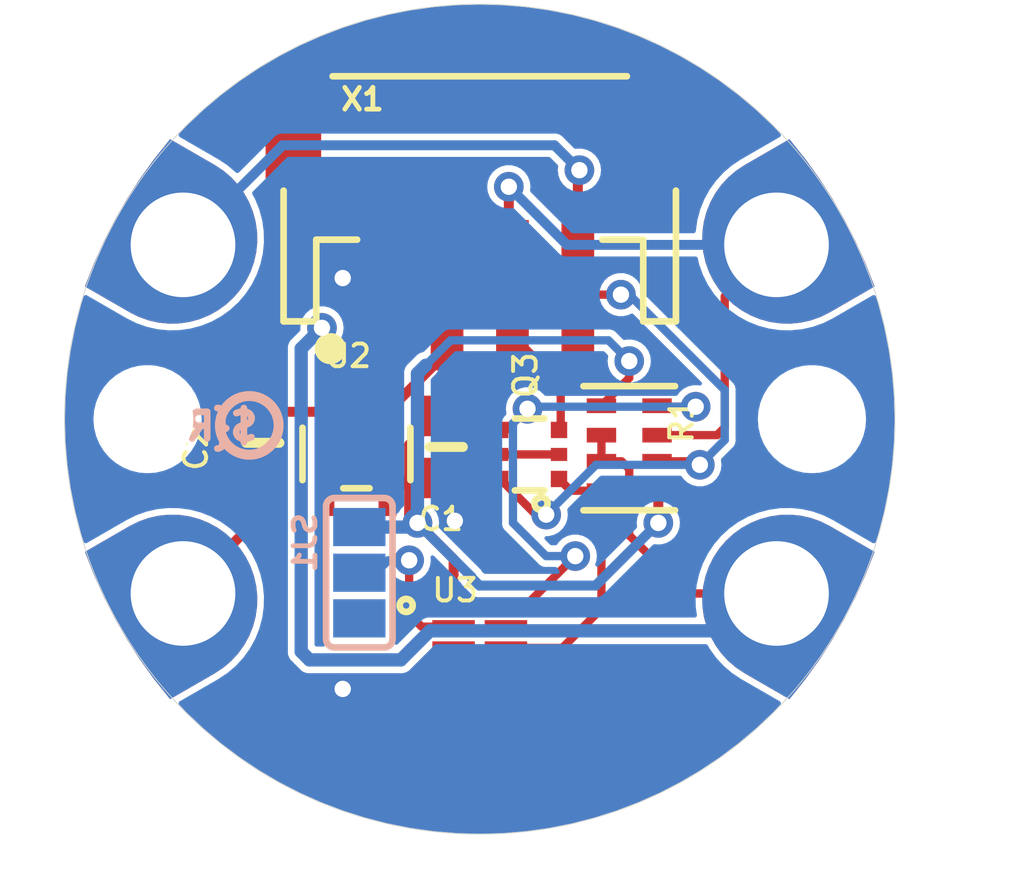
<source format=kicad_pcb>
(kicad_pcb (version 20221018) (generator pcbnew)
  (layers (0 "F.Cu" signal) (31 "B.Cu" signal) (34 "B.Paste" user) (35 "F.Paste" user) (36 "B.SilkS" user "B.Silkscreen") (37 "F.SilkS" user "F.Silkscreen") (38 "B.Mask" user) (39 "F.Mask" user) (44 "Edge.Cuts" user))
  (net 0 "")
  (net 1 "GND")
  (net 2 "SDA")
  (net 3 "SCL")
  (net 4 "3.3V")
  (net 5 "SCL_3V")
  (net 6 "SDA_3V")
  (net 7 "VIN")
  (net 8 "N$1")
  (footprint "" (layer "F.Cu") (at 158.6611 105.0036)
    (fp_text reference "@HOLE1" hide)
    (fp_text value "" (at 0 0) (layer "F.SilkS") (effects (font (size 1.27 1.27))))
    (pad "" np_thru_hole circle (at 0 0) (size 2.8 2.8) (drill 2.8) (layers "*.Cu" "*.Mask"))
  )
  (footprint "working:STEMMA_TSL2561_B_FRONT" (layer "F.Cu") (at 135.8011 117.7036)
    (fp_text reference "U$4" hide)
    (fp_text value "" hide)
  )
  (footprint "working:TSL2561_FN" (layer "F.Cu") (at 148.5011 111.3536)
    (fp_text reference "U3" (at -1.524 -1.116) (layer "F.SilkS") (effects (font (size 0.692831 0.692831) (thickness 0.119969)) (justify left)))
    (fp_text value "TSL2561")
    (fp_circle (center -2.25 -0.65) (end -2.05 -0.65) (stroke (width 0.2032)) (fill none) (layer "F.SilkS"))
    (pad "ADR" smd rect (at -0.8 0) (size 1.3 0.4) (layers "F.Cu" "F.Mask") (net 8 "N$1"))
    (pad "CLK" smd rect (at 0.8 0.65) (size 1.3 0.4) (layers "F.Cu" "F.Mask") (net 5 "SCL_3V"))
    (pad "DATA" smd rect (at 0.8 -0.65) (size 1.3 0.4) (layers "F.Cu" "F.Mask") (net 6 "SDA_3V"))
    (pad "INT" smd rect (at 0.8 0) (size 1.3 0.4) (layers "F.Cu" "F.Mask"))
    (pad "VDD" smd rect (at -0.8 -0.65) (size 1.3 0.4) (layers "F.Cu" "F.Mask") (net 4 "3.3V"))
    (pad "VSS" smd rect (at -0.8 0.65) (size 1.3 0.4) (layers "F.Cu" "F.Mask") (net 1 "GND"))
  )
  (footprint "working:SOT23-5" (layer "F.Cu") (at 144.7301 106.0676 180)
    (fp_text reference "U2" (at -0.522 3) (layer "F.SilkS") (effects (font (size 0.692831 0.692831) (thickness 0.119969)) (justify right)))
    (fp_text value "MIC5225-3.3")
    (fp_line (start -1.65 -0.8) (end -1.65 0.8) (stroke (width 0.2032)) (layer "F.SilkS"))
    (fp_line (start -0.4 -1.05) (end 0.4 -1.05) (stroke (width 0.2032)) (layer "F.SilkS"))
    (fp_line (start 1.65 -0.8) (end 1.65 0.8) (stroke (width 0.2032)) (layer "F.SilkS"))
    (pad "1" smd rect (at -0.95 1.3001 180) (size 0.55 1.2) (layers "F.Cu" "F.Paste" "F.Mask") (net 7 "VIN"))
    (pad "2" smd rect (at 0 1.3001 180) (size 0.55 1.2) (layers "F.Cu" "F.Paste" "F.Mask") (net 1 "GND"))
    (pad "3" smd rect (at 0.95 1.3001 180) (size 0.55 1.2) (layers "F.Cu" "F.Paste" "F.Mask") (net 7 "VIN"))
    (pad "4" smd rect (at 0.95 -1.3001 180) (size 0.55 1.2) (layers "F.Cu" "F.Paste" "F.Mask"))
    (pad "5" smd rect (at -0.95 -1.3001 180) (size 0.55 1.2) (layers "F.Cu" "F.Paste" "F.Mask") (net 4 "3.3V"))
  )
  (footprint "working:FIDUCIAL_1MM" (layer "F.Cu") (at 152.1841 95.6056)
    (fp_text reference "FID2" hide)
    (fp_text value "FIDUCIAL_1MM" hide)
    (pad "1" smd roundrect (at 0 0) (size 1 1) (layers "F.Cu" "F.Mask") (roundrect_rratio 0.5))
  )
  (footprint "working:SEWALLI" (layer "F.Cu") (at 139.8651 99.9236 60)
    (fp_text reference "SCL_PAD0" hide)
    (fp_text value "SEWTAP-ALLIGATOR" hide)
    (fp_poly (pts (xy 1.097845 -2.657662) (xy 1.826708 -2.584729) (xy 2.6035 -2.467646) (xy 2.6035 -0.887081) (xy 2.584633 -0.575169) (xy 2.527959 -0.265914) (xy 2.434423 0.034255) (xy 2.305387 0.320961) (xy 2.142734 0.590022) (xy 1.948834 0.837517) (xy 1.726517 1.059834) (xy 1.479022 1.253734) (xy 1.209961 1.416387) (xy 0.923255 1.545423) (xy 0.623086 1.638959) (xy 0.313831 1.695633) (xy 0 1.714616) (xy -0.313831 1.695633) (xy -0.623086 1.638959) (xy -0.923255 1.545423) (xy -1.209961 1.416387) (xy -1.479022 1.253734) (xy -1.726517 1.059834) (xy -1.948834 0.837517) (xy -2.142734 0.590022) (xy -2.305387 0.320961) (xy -2.434423 0.034255) (xy -2.527959 -0.265914) (xy -2.584633 -0.575169) (xy -2.6035 -0.887081) (xy -2.6035 -2.467646) (xy -1.826708 -2.584729) (xy -1.097845 -2.657662) (xy -0.366252 -2.694174) (xy 0.366252 -2.694174)) (fill solid) (layer "F.Cu"))
    (fp_poly (pts (xy 1.097845 -2.657662) (xy 1.826708 -2.584729) (xy 2.6035 -2.467646) (xy 2.6035 -0.887081) (xy 2.584633 -0.575169) (xy 2.527959 -0.265914) (xy 2.434423 0.034255) (xy 2.305387 0.320961) (xy 2.142734 0.590022) (xy 1.948834 0.837517) (xy 1.726517 1.059834) (xy 1.479022 1.253734) (xy 1.209961 1.416387) (xy 0.923255 1.545423) (xy 0.623086 1.638959) (xy 0.313831 1.695633) (xy 0 1.714616) (xy -0.313831 1.695633) (xy -0.623086 1.638959) (xy -0.923255 1.545423) (xy -1.209961 1.416387) (xy -1.479022 1.253734) (xy -1.726517 1.059834) (xy -1.948834 0.837517) (xy -2.142734 0.590022) (xy -2.305387 0.320961) (xy -2.434423 0.034255) (xy -2.527959 -0.265914) (xy -2.584633 -0.575169) (xy -2.6035 -0.887081) (xy -2.6035 -2.467646) (xy -1.826708 -2.584729) (xy -1.097845 -2.657662) (xy -0.366252 -2.694174) (xy 0.366252 -2.694174)) (fill solid) (layer "B.Cu"))
    (pad "P$1" thru_hole circle (at 0 -0.508 60) (size 4.216 4.216) (drill 3.2) (layers "*.Cu" "*.Mask") (net 3 "SCL"))
  )
  (footprint "working:SOT363" (layer "F.Cu") (at 150.0251 106.0831 90)
    (fp_text reference "Q3" (at 1.651 -0.127 90) (layer "F.SilkS") (effects (font (size 0.692831 0.692831) (thickness 0.119969)) (justify left)))
    (fp_text value "2N7002D")
    (fp_line (start -1.1 -0.45) (end -1.1 0.45) (stroke (width 0.2032)) (layer "F.SilkS"))
    (fp_line (start 1.1 -0.45) (end 1.1 0.45) (stroke (width 0.2032)) (layer "F.SilkS"))
    (fp_circle (center -1.5 0.35) (end -1.4 0.35) (stroke (width 0.2032)) (fill none) (layer "F.SilkS"))
    (pad "1" smd rect (at -0.75 0.9 90) (size 0.5 0.5) (layers "F.Cu" "F.Paste" "F.Mask") (net 5 "SCL_3V"))
    (pad "2" smd rect (at 0 0.9 90) (size 0.4 0.5) (layers "F.Cu" "F.Paste" "F.Mask") (net 4 "3.3V"))
    (pad "3" smd rect (at 0.75 0.9 90) (size 0.5 0.5) (layers "F.Cu" "F.Paste" "F.Mask") (net 2 "SDA"))
    (pad "4" smd rect (at 0.75 -0.9 90) (size 0.5 0.5) (layers "F.Cu" "F.Paste" "F.Mask") (net 6 "SDA_3V"))
    (pad "5" smd rect (at 0 -0.9 90) (size 0.4 0.5) (layers "F.Cu" "F.Paste" "F.Mask") (net 4 "3.3V"))
    (pad "6" smd rect (at -0.75 -0.9 90) (size 0.5 0.5) (layers "F.Cu" "F.Paste" "F.Mask") (net 3 "SCL"))
  )
  (footprint "working:SEWALLI" (layer "F.Cu") (at 139.8651 110.0836 120)
    (fp_text reference "GND_PAD0" hide)
    (fp_text value "SEWTAP-ALLIGATOR" hide)
    (fp_poly (pts (xy 1.097845 -2.657662) (xy 1.826708 -2.584729) (xy 2.6035 -2.467646) (xy 2.6035 -0.887081) (xy 2.584633 -0.575169) (xy 2.527959 -0.265914) (xy 2.434423 0.034255) (xy 2.305387 0.320961) (xy 2.142734 0.590022) (xy 1.948834 0.837517) (xy 1.726517 1.059834) (xy 1.479022 1.253734) (xy 1.209961 1.416387) (xy 0.923255 1.545423) (xy 0.623086 1.638959) (xy 0.313831 1.695633) (xy 0 1.714616) (xy -0.313831 1.695633) (xy -0.623086 1.638959) (xy -0.923255 1.545423) (xy -1.209961 1.416387) (xy -1.479022 1.253734) (xy -1.726517 1.059834) (xy -1.948834 0.837517) (xy -2.142734 0.590022) (xy -2.305387 0.320961) (xy -2.434423 0.034255) (xy -2.527959 -0.265914) (xy -2.584633 -0.575169) (xy -2.6035 -0.887081) (xy -2.6035 -2.467646) (xy -1.826708 -2.584729) (xy -1.097845 -2.657662) (xy -0.366252 -2.694174) (xy 0.366252 -2.694174)) (fill solid) (layer "F.Cu"))
    (fp_poly (pts (xy 1.097845 -2.657662) (xy 1.826708 -2.584729) (xy 2.6035 -2.467646) (xy 2.6035 -0.887081) (xy 2.584633 -0.575169) (xy 2.527959 -0.265914) (xy 2.434423 0.034255) (xy 2.305387 0.320961) (xy 2.142734 0.590022) (xy 1.948834 0.837517) (xy 1.726517 1.059834) (xy 1.479022 1.253734) (xy 1.209961 1.416387) (xy 0.923255 1.545423) (xy 0.623086 1.638959) (xy 0.313831 1.695633) (xy 0 1.714616) (xy -0.313831 1.695633) (xy -0.623086 1.638959) (xy -0.923255 1.545423) (xy -1.209961 1.416387) (xy -1.479022 1.253734) (xy -1.726517 1.059834) (xy -1.948834 0.837517) (xy -2.142734 0.590022) (xy -2.305387 0.320961) (xy -2.434423 0.034255) (xy -2.527959 -0.265914) (xy -2.584633 -0.575169) (xy -2.6035 -0.887081) (xy -2.6035 -2.467646) (xy -1.826708 -2.584729) (xy -1.097845 -2.657662) (xy -0.366252 -2.694174) (xy 0.366252 -2.694174)) (fill solid) (layer "B.Cu"))
    (pad "P$1" thru_hole circle (at 0 -0.508 120) (size 4.216 4.216) (drill 3.2) (layers "*.Cu" "*.Mask") (net 1 "GND"))
  )
  (footprint "working:JSTPH4" (layer "F.Cu") (at 148.5011 97.5106)
    (fp_text reference "X1" (at -4.318 -1.905) (layer "F.SilkS") (effects (font (size 0.666496 0.666496) (thickness 0.146304)) (justify left bottom)))
    (fp_text value "STEMMA_I2C_RASMT")
    (fp_line (start -6 0.5) (end -6 4.5) (stroke (width 0.2032)) (layer "F.SilkS"))
    (fp_line (start -6 4.5) (end -5 4.5) (stroke (width 0.2032)) (layer "F.SilkS"))
    (fp_line (start -5 2) (end -3.75 2) (stroke (width 0.2032)) (layer "F.SilkS"))
    (fp_line (start -5 4.5) (end -5 2) (stroke (width 0.2032)) (layer "F.SilkS"))
    (fp_line (start -4.5 -3) (end 4.5 -3) (stroke (width 0.2032)) (layer "F.SilkS"))
    (fp_line (start 3.75 2) (end 5 2) (stroke (width 0.2032)) (layer "F.SilkS"))
    (fp_line (start 5 2) (end 5 4.5) (stroke (width 0.2032)) (layer "F.SilkS"))
    (fp_line (start 5 4.5) (end 6 4.5) (stroke (width 0.2032)) (layer "F.SilkS"))
    (fp_line (start 6 4.5) (end 6 0.5) (stroke (width 0.2032)) (layer "F.SilkS"))
    (fp_circle (center -4.572 5.334) (end -4.318 5.334) (stroke (width 0.4444)) (fill none) (layer "F.SilkS"))
    (pad "1" smd rect (at -3 3.7) (size 1 4.6) (layers "F.Cu" "F.Paste" "F.Mask") (net 1 "GND"))
    (pad "2" smd rect (at -1 3.7) (size 1 4.6) (layers "F.Cu" "F.Paste" "F.Mask") (net 7 "VIN"))
    (pad "3" smd rect (at 1 3.7) (size 1 4.6) (layers "F.Cu" "F.Paste" "F.Mask") (net 2 "SDA"))
    (pad "4" smd rect (at 3 3.7) (size 1 4.6) (layers "F.Cu" "F.Paste" "F.Mask") (net 3 "SCL"))
    (pad "NC1" smd rect (at -5.7 -1.5 90) (size 3.4 1.7) (layers "F.Cu" "F.Paste" "F.Mask"))
    (pad "NC2" smd rect (at 5.7 -1.5 90) (size 3.4 1.7) (layers "F.Cu" "F.Paste" "F.Mask"))
  )
  (footprint "working:RESPACK_4X0603" (layer "F.Cu") (at 153.0731 105.8926 -90)
    (fp_text reference "R1" (at -1.6 -1.6 90) (layer "F.SilkS") (effects (font (size 0.692831 0.692831) (thickness 0.119969)) (justify right)))
    (fp_text value "10K")
    (fp_line (start -1.9 1.4) (end -1.9 -1.4) (stroke (width 0.2032)) (layer "F.SilkS"))
    (fp_line (start 1.9 -1.4) (end 1.9 1.4) (stroke (width 0.2032)) (layer "F.SilkS"))
    (pad "1" smd rect (at -1.3 0.85 270) (size 0.45 0.9) (layers "F.Cu" "F.Paste" "F.Mask") (net 4 "3.3V"))
    (pad "2" smd rect (at -0.4 0.85 270) (size 0.45 0.9) (layers "F.Cu" "F.Paste" "F.Mask") (net 7 "VIN"))
    (pad "3" smd rect (at 0.4 0.85 270) (size 0.45 0.9) (layers "F.Cu" "F.Paste" "F.Mask") (net 7 "VIN"))
    (pad "4" smd rect (at 1.3 0.85 270) (size 0.45 0.9) (layers "F.Cu" "F.Paste" "F.Mask") (net 5 "SCL_3V"))
    (pad "5" smd rect (at 1.3 -0.85 270) (size 0.45 0.9) (layers "F.Cu" "F.Paste" "F.Mask") (net 4 "3.3V"))
    (pad "6" smd rect (at 0.4 -0.85 270) (size 0.45 0.9) (layers "F.Cu" "F.Paste" "F.Mask") (net 3 "SCL"))
    (pad "7" smd rect (at -0.4 -0.85 270) (size 0.45 0.9) (layers "F.Cu" "F.Paste" "F.Mask") (net 2 "SDA"))
    (pad "8" smd rect (at -1.3 -0.85 270) (size 0.45 0.9) (layers "F.Cu" "F.Paste" "F.Mask") (net 6 "SDA_3V"))
  )
  (footprint "working:SEWALLI" (layer "F.Cu") (at 157.1371 99.9236 -60)
    (fp_text reference "SDA_PAD0" hide)
    (fp_text value "SEWTAP-ALLIGATOR" hide)
    (fp_poly (pts (xy 1.097845 -2.657662) (xy 1.826708 -2.584729) (xy 2.6035 -2.467646) (xy 2.6035 -0.887081) (xy 2.584633 -0.575169) (xy 2.527959 -0.265914) (xy 2.434423 0.034255) (xy 2.305387 0.320961) (xy 2.142734 0.590022) (xy 1.948834 0.837517) (xy 1.726517 1.059834) (xy 1.479022 1.253734) (xy 1.209961 1.416387) (xy 0.923255 1.545423) (xy 0.623086 1.638959) (xy 0.313831 1.695633) (xy 0 1.714616) (xy -0.313831 1.695633) (xy -0.623086 1.638959) (xy -0.923255 1.545423) (xy -1.209961 1.416387) (xy -1.479022 1.253734) (xy -1.726517 1.059834) (xy -1.948834 0.837517) (xy -2.142734 0.590022) (xy -2.305387 0.320961) (xy -2.434423 0.034255) (xy -2.527959 -0.265914) (xy -2.584633 -0.575169) (xy -2.6035 -0.887081) (xy -2.6035 -2.467646) (xy -1.826708 -2.584729) (xy -1.097845 -2.657662) (xy -0.366252 -2.694174) (xy 0.366252 -2.694174)) (fill solid) (layer "F.Cu"))
    (fp_poly (pts (xy 1.097845 -2.657662) (xy 1.826708 -2.584729) (xy 2.6035 -2.467646) (xy 2.6035 -0.887081) (xy 2.584633 -0.575169) (xy 2.527959 -0.265914) (xy 2.434423 0.034255) (xy 2.305387 0.320961) (xy 2.142734 0.590022) (xy 1.948834 0.837517) (xy 1.726517 1.059834) (xy 1.479022 1.253734) (xy 1.209961 1.416387) (xy 0.923255 1.545423) (xy 0.623086 1.638959) (xy 0.313831 1.695633) (xy 0 1.714616) (xy -0.313831 1.695633) (xy -0.623086 1.638959) (xy -0.923255 1.545423) (xy -1.209961 1.416387) (xy -1.479022 1.253734) (xy -1.726517 1.059834) (xy -1.948834 0.837517) (xy -2.142734 0.590022) (xy -2.305387 0.320961) (xy -2.434423 0.034255) (xy -2.527959 -0.265914) (xy -2.584633 -0.575169) (xy -2.6035 -0.887081) (xy -2.6035 -2.467646) (xy -1.826708 -2.584729) (xy -1.097845 -2.657662) (xy -0.366252 -2.694174) (xy 0.366252 -2.694174)) (fill solid) (layer "B.Cu"))
    (pad "P$1" thru_hole circle (at 0 -0.508 300) (size 4.216 4.216) (drill 3.2) (layers "*.Cu" "*.Mask") (net 2 "SDA"))
  )
  (footprint "working:FIDUCIAL_1MM" (layer "F.Cu") (at 144.8181 97.7646)
    (fp_text reference "FID1" hide)
    (fp_text value "FIDUCIAL_1MM" hide)
    (pad "1" smd roundrect (at 0 0) (size 1 1) (layers "F.Cu" "F.Mask") (roundrect_rratio 0.5))
  )
  (footprint "working:0805-NO" (layer "F.Cu") (at 141.8661 105.7266 -90)
    (fp_text reference "C2" (at -0.5875 2.0475 90) (layer "F.SilkS") (effects (font (size 0.692831 0.692831) (thickness 0.119969)) (justify right)))
    (fp_text value "10uF")
    (fp_line (start 0 -0.508) (end 0 0.508) (stroke (width 0.3048)) (layer "F.SilkS"))
    (pad "1" smd rect (at -0.95 0 270) (size 1.24 1.5) (layers "F.Cu" "F.Paste" "F.Mask") (net 7 "VIN"))
    (pad "2" smd rect (at 0.95 0 270) (size 1.24 1.5) (layers "F.Cu" "F.Paste" "F.Mask") (net 1 "GND"))
  )
  (footprint "working:0805-NO" (layer "F.Cu") (at 147.4771 105.8536 -90)
    (fp_text reference "C1" (at 2.2025 -0.5875) (layer "F.SilkS") (effects (font (size 0.692831 0.692831) (thickness 0.119969)) (justify right)))
    (fp_text value "10uF")
    (fp_line (start 0 -0.508) (end 0 0.508) (stroke (width 0.3048)) (layer "F.SilkS"))
    (pad "1" smd rect (at -0.95 0 270) (size 1.24 1.5) (layers "F.Cu" "F.Paste" "F.Mask") (net 4 "3.3V"))
    (pad "2" smd rect (at 0.95 0 270) (size 1.24 1.5) (layers "F.Cu" "F.Paste" "F.Mask") (net 1 "GND"))
  )
  (footprint "working:SEWALLI" (layer "F.Cu") (at 157.1371 110.0836 -120)
    (fp_text reference "VIN_PAD0" hide)
    (fp_text value "SEWTAP-ALLIGATOR" hide)
    (fp_poly (pts (xy 1.097845 -2.657662) (xy 1.826708 -2.584729) (xy 2.6035 -2.467646) (xy 2.6035 -0.887081) (xy 2.584633 -0.575169) (xy 2.527959 -0.265914) (xy 2.434423 0.034255) (xy 2.305387 0.320961) (xy 2.142734 0.590022) (xy 1.948834 0.837517) (xy 1.726517 1.059834) (xy 1.479022 1.253734) (xy 1.209961 1.416387) (xy 0.923255 1.545423) (xy 0.623086 1.638959) (xy 0.313831 1.695633) (xy 0 1.714616) (xy -0.313831 1.695633) (xy -0.623086 1.638959) (xy -0.923255 1.545423) (xy -1.209961 1.416387) (xy -1.479022 1.253734) (xy -1.726517 1.059834) (xy -1.948834 0.837517) (xy -2.142734 0.590022) (xy -2.305387 0.320961) (xy -2.434423 0.034255) (xy -2.527959 -0.265914) (xy -2.584633 -0.575169) (xy -2.6035 -0.887081) (xy -2.6035 -2.467646) (xy -1.826708 -2.584729) (xy -1.097845 -2.657662) (xy -0.366252 -2.694174) (xy 0.366252 -2.694174)) (fill solid) (layer "F.Cu"))
    (fp_poly (pts (xy 1.097845 -2.657662) (xy 1.826708 -2.584729) (xy 2.6035 -2.467646) (xy 2.6035 -0.887081) (xy 2.584633 -0.575169) (xy 2.527959 -0.265914) (xy 2.434423 0.034255) (xy 2.305387 0.320961) (xy 2.142734 0.590022) (xy 1.948834 0.837517) (xy 1.726517 1.059834) (xy 1.479022 1.253734) (xy 1.209961 1.416387) (xy 0.923255 1.545423) (xy 0.623086 1.638959) (xy 0.313831 1.695633) (xy 0 1.714616) (xy -0.313831 1.695633) (xy -0.623086 1.638959) (xy -0.923255 1.545423) (xy -1.209961 1.416387) (xy -1.479022 1.253734) (xy -1.726517 1.059834) (xy -1.948834 0.837517) (xy -2.142734 0.590022) (xy -2.305387 0.320961) (xy -2.434423 0.034255) (xy -2.527959 -0.265914) (xy -2.584633 -0.575169) (xy -2.6035 -0.887081) (xy -2.6035 -2.467646) (xy -1.826708 -2.584729) (xy -1.097845 -2.657662) (xy -0.366252 -2.694174) (xy 0.366252 -2.694174)) (fill solid) (layer "B.Cu"))
    (pad "P$1" thru_hole circle (at 0 -0.508 240) (size 4.216 4.216) (drill 3.2) (layers "*.Cu" "*.Mask") (net 7 "VIN"))
  )
  (footprint "" (layer "F.Cu") (at 138.3411 105.0036)
    (fp_text reference "@HOLE0" hide)
    (fp_text value "" (at 0 0) (layer "F.SilkS") (effects (font (size 1.27 1.27))))
    (pad "" np_thru_hole circle (at 0 0) (size 2.8 2.8) (drill 2.8) (layers "*.Cu" "*.Mask"))
  )
  (footprint "working:PCBFEAT-REV-040" (layer "B.Cu") (at 141.4526 105.1941 180)
    (fp_text reference "U$8" hide)
    (fp_text value "" hide)
    (fp_text user "${REV}" (at -0.3556 -0.508) (layer "B.SilkS") (effects (font (size 0.8128 0.8128) (thickness 0.2032)) (justify left bottom mirror)))
    (fp_circle (center 0 0) (end 0.898 0) (stroke (width 0.3048)) (fill none) (layer "B.SilkS"))
  )
  (footprint "working:SOLDERJUMPER_2WAY_OPEN_NOPASTE" (layer "B.Cu") (at 144.8181 109.7026 -90)
    (fp_text reference "SJ1" (at -1.905 1.27 90) (layer "B.SilkS") (effects (font (size 0.666496 0.666496) (thickness 0.146304)) (justify left bottom mirror)))
    (fp_text value "")
    (fp_line (start -2.286 -0.762) (end -2.286 0.762) (stroke (width 0.2032)) (layer "B.SilkS"))
    (fp_line (start -2.032 1.016) (end 2.032 1.016) (stroke (width 0.2032)) (layer "B.SilkS"))
    (fp_line (start 2.032 -1.016) (end -2.032 -1.016) (stroke (width 0.2032)) (layer "B.SilkS"))
    (fp_line (start 2.286 -0.762) (end 2.286 0.762) (stroke (width 0.2032)) (layer "B.SilkS"))
    (fp_arc (start -2.286 -0.762) (mid -2.211605 -0.941605) (end -2.032 -1.016) (stroke (width 0.2032)) (layer "B.SilkS"))
    (fp_arc (start -2.032 1.016) (mid -2.211605 0.941605) (end -2.286 0.762) (stroke (width 0.2032)) (layer "B.SilkS"))
    (fp_arc (start 2.032 -1.016) (mid 2.211605 -0.941605) (end 2.286 -0.762) (stroke (width 0.2032)) (layer "B.SilkS"))
    (fp_arc (start 2.286 0.762) (mid 2.211605 0.941605) (end 2.032 1.016) (stroke (width 0.2032)) (layer "B.SilkS"))
    (pad "1" smd rect (at -1.397 0 270) (size 1.1684 1.6002) (layers "B.Cu") (net 4 "3.3V"))
    (pad "2" smd rect (at 0 0 270) (size 1.1684 1.6002) (layers "B.Cu") (net 8 "N$1"))
    (pad "3" smd rect (at 1.397 0 270) (size 1.1684 1.6002) (layers "B.Cu") (net 1 "GND"))
  )
  (footprint "working:STEMMA_TSL2561_B_BACK" (layer "B.Cu") (at 161.2011 117.7036 180)
    (fp_text reference "U$7" hide)
    (fp_text value "" hide)
  )
  (gr_circle (center 148.5011 105.0036) (end 161.2011 105.0036) (stroke (width 0.0254)) (fill none) (layer "Edge.Cuts"))
  (segment (start 147.4771 106.8036) (end 147.4771 107.8531) (width 0.3048) (layer "F.Cu") (net 1))
  (segment (start 147.7011 112.0036) (end 147.7011 112.2806) (width 0.254) (layer "F.Cu") (net 1))
  (segment (start 141.8661 106.6766) (end 141.8661 107.896659) (width 0.3048) (layer "F.Cu") (net 1))
  (segment (start 145.3261 101.3856) (end 145.5011 101.2106) (width 0.3048) (layer "F.Cu") (net 1))
  (segment (start 147.4771 107.8531) (end 147.7391 108.1151) (width 0.3048) (layer "F.Cu") (net 1))
  (segment (start 145.3261 102.9716) (end 145.3261 101.3856) (width 0.3048) (layer "F.Cu") (net 1))
  (segment (start 147.7011 112.2806) (end 146.7231 113.2586) (width 0.254) (layer "F.Cu") (net 1))
  (segment (start 144.9761 100.6856) (end 144.3101 100.6856) (width 0.3048) (layer "F.Cu") (net 1))
  (segment (start 141.8661 107.896659) (end 139.42516 110.3376) (width 0.3048) (layer "F.Cu") (net 1))
  (segment (start 146.7231 113.2586) (end 144.3101 113.2586) (width 0.254) (layer "F.Cu") (net 1))
  (segment (start 144.7301 103.5676) (end 145.3261 102.9716) (width 0.3048) (layer "F.Cu") (net 1))
  (segment (start 144.7301 104.7675) (end 144.7301 103.5676) (width 0.3048) (layer "F.Cu") (net 1))
  (segment (start 145.5011 101.2106) (end 144.9761 100.6856) (width 0.3048) (layer "F.Cu") (net 1))
  (via (at 144.3101 113.2586) (size 0.9064) (drill 0.5) (layers "F.Cu" "B.Cu") (net 1))
  (via (at 144.3101 100.6856) (size 0.9064) (drill 0.5) (layers "F.Cu" "B.Cu") (net 1))
  (via (at 147.7391 108.1151) (size 0.9064) (drill 0.5) (layers "F.Cu" "B.Cu") (net 1))
  (segment (start 144.3101 100.6856) (end 144.0561 100.6856) (width 0.3048) (layer "B.Cu") (net 1))
  (segment (start 149.3901 101.0996) (end 149.5011 101.2106) (width 0.3048) (layer "F.Cu") (net 2))
  (segment (start 149.3901 97.8916) (end 149.3901 101.0996) (width 0.3048) (layer "F.Cu") (net 2))
  (segment (start 153.9231 105.4926) (end 155.7591 105.4926) (width 0.254) (layer "F.Cu") (net 2))
  (segment (start 149.5806 102.5271) (end 149.5806 101.2901) (width 0.254) (layer "F.Cu") (net 2))
  (segment (start 150.9776 103.9876) (end 150.9776 105.2806) (width 0.254) (layer "F.Cu") (net 2))
  (segment (start 150.5331 103.4796) (end 150.5331 103.5431) (width 0.254) (layer "F.Cu") (net 2))
  (segment (start 150.5331 103.5431) (end 150.9776 103.9876) (width 0.254) (layer "F.Cu") (net 2))
  (segment (start 150.5331 103.4796) (end 149.5806 102.5271) (width 0.254) (layer "F.Cu") (net 2))
  (segment (start 155.9941 101.252541) (end 157.57704 99.6696) (width 0.254) (layer "F.Cu") (net 2))
  (segment (start 149.5806 101.2901) (end 149.5011 101.2106) (width 0.254) (layer "F.Cu") (net 2))
  (segment (start 155.9941 105.2576) (end 155.9941 101.252541) (width 0.254) (layer "F.Cu") (net 2))
  (segment (start 150.9776 105.2806) (end 150.9251 105.3331) (width 0.254) (layer "F.Cu") (net 2))
  (segment (start 155.7591 105.4926) (end 155.9941 105.2576) (width 0.254) (layer "F.Cu") (net 2))
  (via (at 149.3901 97.8916) (size 0.9064) (drill 0.5) (layers "F.Cu" "B.Cu") (net 2))
  (segment (start 157.57704 99.6696) (end 151.1681 99.6696) (width 0.3048) (layer "B.Cu") (net 2))
  (segment (start 151.1681 99.6696) (end 149.3901 97.8916) (width 0.3048) (layer "B.Cu") (net 2))
  (segment (start 149.1251 106.8331) (end 150.2166 107.9246) (width 0.254) (layer "F.Cu") (net 3))
  (segment (start 151.5011 101.2106) (end 151.5181 101.1936) (width 0.254) (layer "F.Cu") (net 3))
  (segment (start 153.9231 106.2926) (end 155.1241 106.2926) (width 0.254) (layer "F.Cu") (net 3))
  (segment (start 155.1241 106.2926) (end 155.2321 106.4006) (width 0.254) (layer "F.Cu") (net 3))
  (segment (start 151.5011 97.4316) (end 151.5011 101.2106) (width 0.3048) (layer "F.Cu") (net 3))
  (segment (start 151.5181 101.1936) (end 152.8191 101.1936) (width 0.254) (layer "F.Cu") (net 3))
  (segment (start 150.2166 107.9246) (end 150.5331 107.9246) (width 0.254) (layer "F.Cu") (net 3))
  (segment (start 151.5491 97.3836) (end 151.5011 97.4316) (width 0.3048) (layer "F.Cu") (net 3))
  (via (at 155.2321 106.4006) (size 0.9064) (drill 0.5) (layers "F.Cu" "B.Cu") (net 3))
  (via (at 152.8191 101.1936) (size 0.9064) (drill 0.5) (layers "F.Cu" "B.Cu") (net 3))
  (via (at 151.5491 97.3836) (size 0.9064) (drill 0.5) (layers "F.Cu" "B.Cu") (net 3))
  (via (at 150.5331 107.9246) (size 0.9064) (drill 0.5) (layers "F.Cu" "B.Cu") (net 3))
  (segment (start 142.47316 96.6216) (end 150.7871 96.6216) (width 0.3048) (layer "B.Cu") (net 3))
  (segment (start 153.0731 101.1936) (end 155.9941 104.1146) (width 0.254) (layer "B.Cu") (net 3))
  (segment (start 150.7871 96.6216) (end 151.5491 97.3836) (width 0.3048) (layer "B.Cu") (net 3))
  (segment (start 152.8191 101.1936) (end 153.0731 101.1936) (width 0.254) (layer "B.Cu") (net 3))
  (segment (start 155.9941 105.6386) (end 155.2321 106.4006) (width 0.254) (layer "B.Cu") (net 3))
  (segment (start 150.5331 107.9246) (end 152.0571 106.4006) (width 0.254) (layer "B.Cu") (net 3))
  (segment (start 139.42516 99.6696) (end 142.47316 96.6216) (width 0.3048) (layer "B.Cu") (net 3))
  (segment (start 152.0571 106.4006) (end 155.2321 106.4006) (width 0.254) (layer "B.Cu") (net 3))
  (segment (start 155.9941 104.1146) (end 155.9941 105.6386) (width 0.254) (layer "B.Cu") (net 3))
  (segment (start 146.3421 107.9246) (end 146.3421 106.7816) (width 0.3048) (layer "F.Cu") (net 4))
  (segment (start 146.3421 105.7846) (end 147.2231 104.9036) (width 0.3048) (layer "F.Cu") (net 4))
  (segment (start 146.3421 107.9246) (end 146.5961 108.1786) (width 0.3048) (layer "F.Cu") (net 4))
  (segment (start 153.9231 107.1926) (end 153.9621 107.2316) (width 0.254) (layer "F.Cu") (net 4))
  (segment (start 147.2231 104.9036) (end 147.4771 104.9036) (width 0.3048) (layer "F.Cu") (net 4))
  (segment (start 147.7011 109.2836) (end 146.5961 108.1786) (width 0.3048) (layer "F.Cu") (net 4))
  (segment (start 153.0731 103.7426) (end 153.0731 103.2256) (width 0.254) (layer "F.Cu") (net 4))
  (segment (start 147.7011 110.7036) (end 147.7011 109.2836) (width 0.3048) (layer "F.Cu") (net 4))
  (segment (start 149.1251 106.0831) (end 148.8186 106.0831) (width 0.3048) (layer "F.Cu") (net 4))
  (segment (start 146.3421 106.7816) (end 146.3421 105.7846) (width 0.3048) (layer "F.Cu") (net 4))
  (segment (start 150.9251 106.0831) (end 149.1251 106.0831) (width 0.254) (layer "F.Cu") (net 4))
  (segment (start 145.6801 107.3677) (end 145.756 107.3677) (width 0.3048) (layer "F.Cu") (net 4))
  (segment (start 148.8186 106.0831) (end 147.6391 104.9036) (width 0.3048) (layer "F.Cu") (net 4))
  (segment (start 152.2231 104.5926) (end 153.0731 103.7426) (width 0.254) (layer "F.Cu") (net 4))
  (segment (start 147.6391 104.9036) (end 147.4771 104.9036) (width 0.3048) (layer "F.Cu") (net 4))
  (segment (start 145.756 107.3677) (end 146.3421 106.7816) (width 0.3048) (layer "F.Cu") (net 4))
  (segment (start 153.9621 107.2316) (end 153.9621 108.1786) (width 0.3048) (layer "F.Cu") (net 4))
  (via (at 146.5961 108.1786) (size 0.9064) (drill 0.5) (layers "F.Cu" "B.Cu") (net 4))
  (via (at 153.9621 108.1786) (size 0.9064) (drill 0.5) (layers "F.Cu" "B.Cu") (net 4))
  (via (at 153.0731 103.2256) (size 0.9064) (drill 0.5) (layers "F.Cu" "B.Cu") (net 4))
  (segment (start 148.2471 109.8296) (end 146.5961 108.1786) (width 0.3048) (layer "B.Cu") (net 4))
  (segment (start 147.6121 102.5906) (end 146.8501 103.3526) (width 0.254) (layer "B.Cu") (net 4))
  (segment (start 146.8501 103.3526) (end 146.5961 103.6066) (width 0.4064) (layer "B.Cu") (net 4))
  (segment (start 152.4381 102.5906) (end 147.6121 102.5906) (width 0.254) (layer "B.Cu") (net 4))
  (segment (start 153.9621 108.1786) (end 152.0456 110.0951) (width 0.3048) (layer "B.Cu") (net 4))
  (segment (start 146.4691 108.3056) (end 146.5961 108.1786) (width 0.4064) (layer "B.Cu") (net 4))
  (segment (start 148.2471 109.8526) (end 148.2471 109.8296) (width 0.3048) (layer "B.Cu") (net 4))
  (segment (start 153.0731 103.2256) (end 152.4381 102.5906) (width 0.254) (layer "B.Cu") (net 4))
  (segment (start 144.8181 108.3056) (end 146.4691 108.3056) (width 0.4064) (layer "B.Cu") (net 4))
  (segment (start 146.5961 103.6066) (end 146.5961 108.1786) (width 0.4064) (layer "B.Cu") (net 4))
  (segment (start 152.0456 110.0951) (end 148.4896 110.0951) (width 0.3048) (layer "B.Cu") (net 4))
  (segment (start 148.4896 110.0951) (end 148.2471 109.8526) (width 0.3048) (layer "B.Cu") (net 4))
  (segment (start 149.3011 112.0036) (end 151.0261 112.0036) (width 0.254) (layer "F.Cu") (net 5))
  (segment (start 152.2231 110.8066) (end 152.2231 107.1926) (width 0.254) (layer "F.Cu") (net 5))
  (segment (start 150.9251 106.8331) (end 151.2846 107.1926) (width 0.254) (layer "F.Cu") (net 5))
  (segment (start 151.0261 112.0036) (end 152.2231 110.8066) (width 0.254) (layer "F.Cu") (net 5))
  (segment (start 151.2846 107.1926) (end 152.2231 107.1926) (width 0.254) (layer "F.Cu") (net 5))
  (segment (start 149.1361 105.3221) (end 149.1251 105.3331) (width 0.254) (layer "F.Cu") (net 6))
  (segment (start 149.9131 110.7036) (end 151.4221 109.1946) (width 0.254) (layer "F.Cu") (net 6))
  (segment (start 153.9231 104.5926) (end 153.9531 104.6226) (width 0.254) (layer "F.Cu") (net 6))
  (segment (start 153.9531 104.6226) (end 155.1051 104.6226) (width 0.254) (layer "F.Cu") (net 6))
  (segment (start 149.3011 110.7036) (end 149.9131 110.7036) (width 0.254) (layer "F.Cu") (net 6))
  (segment (start 149.1361 105.3221) (end 149.3256 105.3221) (width 0.254) (layer "F.Cu") (net 6))
  (segment (start 149.3256 105.3221) (end 149.9616 104.6861) (width 0.254) (layer "F.Cu") (net 6))
  (via (at 149.9616 104.6861) (size 0.9064) (drill 0.5) (layers "F.Cu" "B.Cu") (net 6))
  (via (at 155.1051 104.6226) (size 0.9064) (drill 0.5) (layers "F.Cu" "B.Cu") (net 6))
  (via (at 151.4221 109.1946) (size 0.9064) (drill 0.5) (layers "F.Cu" "B.Cu") (net 6))
  (segment (start 149.5171 108.1786) (end 149.5171 105.1306) (width 0.254) (layer "B.Cu") (net 6))
  (segment (start 149.5171 105.1306) (end 149.9616 104.6861) (width 0.254) (layer "B.Cu") (net 6))
  (segment (start 150.5331 109.1946) (end 149.5171 108.1786) (width 0.254) (layer "B.Cu") (net 6))
  (segment (start 150.0251 104.6226) (end 149.9616 104.6861) (width 0.254) (layer "B.Cu") (net 6))
  (segment (start 151.4221 109.1946) (end 150.5331 109.1946) (width 0.254) (layer "B.Cu") (net 6))
  (segment (start 155.1051 104.6226) (end 150.0251 104.6226) (width 0.254) (layer "B.Cu") (net 6))
  (segment (start 152.8381 106.2926) (end 153.0731 106.5276) (width 0.254) (layer "F.Cu") (net 7))
  (segment (start 145.6892 104.7675) (end 147.5011 102.9556) (width 0.3048) (layer "F.Cu") (net 7))
  (segment (start 152.2231 106.2926) (end 152.2231 105.4926) (width 0.254) (layer "F.Cu") (net 7))
  (segment (start 147.5011 102.9556) (end 147.5011 101.2106) (width 0.3048) (layer "F.Cu") (net 7))
  (segment (start 143.6751 102.2096) (end 143.7801 102.3146) (width 0.4064) (layer "F.Cu") (net 7))
  (segment (start 143.8021 106.0196) (end 143.8021 104.7675) (width 0.3048) (layer "F.Cu") (net 7))
  (segment (start 143.8021 104.7675) (end 143.7801 104.7675) (width 0.3048) (layer "F.Cu") (net 7))
  (segment (start 145.6801 104.7675) (end 145.6892 104.7675) (width 0.3048) (layer "F.Cu") (net 7))
  (segment (start 143.7801 104.7675) (end 143.7801 104.7766) (width 0.3048) (layer "F.Cu") (net 7))
  (segment (start 145.6801 104.7675) (end 145.6801 106.0196) (width 0.3048) (layer "F.Cu") (net 7))
  (segment (start 153.0731 108.5596) (end 154.8511 110.3376) (width 0.254) (layer "F.Cu") (net 7))
  (segment (start 143.7801 102.3146) (end 143.7801 104.7675) (width 0.4064) (layer "F.Cu") (net 7))
  (segment (start 143.7801 104.7766) (end 141.8661 104.7766) (width 0.3048) (layer "F.Cu") (net 7))
  (segment (start 145.6801 106.0196) (end 143.8021 106.0196) (width 0.3048) (layer "F.Cu") (net 7))
  (segment (start 152.2231 106.2926) (end 152.8381 106.2926) (width 0.254) (layer "F.Cu") (net 7))
  (segment (start 153.0731 106.5276) (end 153.0731 108.5596) (width 0.254) (layer "F.Cu") (net 7))
  (segment (start 154.8511 110.3376) (end 157.57704 110.3376) (width 0.254) (layer "F.Cu") (net 7))
  (via (at 143.6751 102.2096) (size 0.9064) (drill 0.5) (layers "F.Cu" "B.Cu") (net 7))
  (segment (start 143.2941 112.3696) (end 143.0401 112.1156) (width 0.4064) (layer "B.Cu") (net 7))
  (segment (start 156.43404 111.4806) (end 157.57704 110.3376) (width 0.4064) (layer "B.Cu") (net 7))
  (segment (start 156.43404 111.4806) (end 146.9771 111.4806) (width 0.4064) (layer "B.Cu") (net 7))
  (segment (start 146.0881 112.3696) (end 143.2941 112.3696) (width 0.4064) (layer "B.Cu") (net 7))
  (segment (start 146.9771 111.4806) (end 146.0881 112.3696) (width 0.4064) (layer "B.Cu") (net 7))
  (segment (start 143.0401 112.1156) (end 143.0401 102.8446) (width 0.4064) (layer "B.Cu") (net 7))
  (segment (start 143.0401 102.8446) (end 143.6751 102.2096) (width 0.4064) (layer "B.Cu") (net 7))
  (segment (start 146.3421 109.3216) (end 146.3421 110.9726) (width 0.254) (layer "F.Cu") (net 8))
  (segment (start 146.7231 111.3536) (end 147.7011 111.3536) (width 0.254) (layer "F.Cu") (net 8))
  (segment (start 146.3421 110.9726) (end 146.7231 111.3536) (width 0.254) (layer "F.Cu") (net 8))
  (via (at 146.3421 109.3216) (size 0.9064) (drill 0.5) (layers "F.Cu" "B.Cu") (net 8))
  (segment (start 145.3261 109.7026) (end 145.7071 109.3216) (width 0.254) (layer "B.Cu") (net 8))
  (segment (start 144.8181 109.7026) (end 145.3261 109.7026) (width 0.254) (layer "B.Cu") (net 8))
  (segment (start 145.7071 109.3216) (end 146.3421 109.3216) (width 0.254) (layer "B.Cu") (net 8))
  (zone (net 1) (net_name "GND") (layer "B.Cu") (priority 6) (connect_pads (clearance 0.000001)) (min_thickness 0.127) (fill yes (thermal_gap 0.304) (thermal_bridge_width 0.304))
    (polygon (pts (xy 149.935508 92.256955) (xy 150.649711 92.357783) (xy 151.355387 92.498151) (xy 152.052083 92.677865) (xy 152.737606 92.896362) (xy 153.4098 93.152951) (xy 154.066548 93.446827) (xy 154.705787 93.777066) (xy 155.325502 94.142627) (xy 155.923745 94.54236) (xy 156.498634 94.975008) (xy 157.048361 95.439211) (xy 157.571194 95.933506) (xy 158.065489 96.456339) (xy 158.529692 97.006066) (xy 158.96234 97.580955) (xy 159.362073 98.179198) (xy 159.727634 98.798913) (xy 160.057873 99.438152) (xy 160.351749 100.0949) (xy 160.608338 100.767094) (xy 160.826835 101.452617) (xy 161.006549 102.149313) (xy 161.146917 102.854989) (xy 161.247496 103.567426) (xy 161.307971 104.284381) (xy 161.3282 105.005383) (xy 161.247745 106.438008) (xy 161.146917 107.152211) (xy 161.006549 107.857887) (xy 160.826835 108.554583) (xy 160.608338 109.240106) (xy 160.351749 109.9123) (xy 160.057873 110.569048) (xy 159.727634 111.208287) (xy 159.362073 111.828002) (xy 158.96234 112.426245) (xy 158.529692 113.001134) (xy 158.065489 113.550861) (xy 157.571194 114.073694) (xy 157.048361 114.567989) (xy 156.498634 115.032192) (xy 155.923745 115.46484) (xy 155.325502 115.864573) (xy 154.705787 116.230134) (xy 154.066548 116.560373) (xy 153.4098 116.854249) (xy 152.737606 117.110838) (xy 152.052083 117.329335) (xy 151.355387 117.509049) (xy 150.649711 117.649417) (xy 149.937274 117.749996) (xy 149.220319 117.810471) (xy 148.499317 117.8307) (xy 147.066692 117.750245) (xy 146.352489 117.649417) (xy 145.646813 117.509049) (xy 144.950117 117.329335) (xy 144.264594 117.110838) (xy 143.5924 116.854249) (xy 142.935652 116.560373) (xy 142.296413 116.230134) (xy 141.676698 115.864573) (xy 141.078455 115.46484) (xy 140.503566 115.032192) (xy 139.953839 114.567989) (xy 139.431006 114.073694) (xy 138.936711 113.550861) (xy 138.472508 113.001134) (xy 138.03986 112.426245) (xy 137.640127 111.828002) (xy 137.274566 111.208287) (xy 136.944327 110.569048) (xy 136.650451 109.9123) (xy 136.393862 109.240106) (xy 136.175365 108.554583) (xy 135.995651 107.857887) (xy 135.855283 107.152211) (xy 135.754704 106.439774) (xy 135.694229 105.722819) (xy 135.67405 105.0036) (xy 135.694229 104.284381) (xy 135.754704 103.567426) (xy 135.855283 102.854989) (xy 135.995651 102.149313) (xy 136.175365 101.452617) (xy 136.393862 100.767094) (xy 136.650451 100.0949) (xy 136.944327 99.438152) (xy 137.274566 98.798913) (xy 137.640127 98.179198) (xy 138.03986 97.580955) (xy 138.472508 97.006066) (xy 138.936711 96.456339) (xy 139.431006 95.933506) (xy 139.953839 95.439211) (xy 140.503566 94.975008) (xy 141.078455 94.54236) (xy 141.676698 94.142627) (xy 142.296413 93.777066) (xy 142.935652 93.446827) (xy 143.5924 93.152951) (xy 144.264594 92.896362) (xy 144.950117 92.677865) (xy 145.646813 92.498151) (xy 146.352489 92.357783) (xy 147.064926 92.257204) (xy 147.781881 92.196729) (xy 148.502883 92.1765)))
  )
)
</source>
